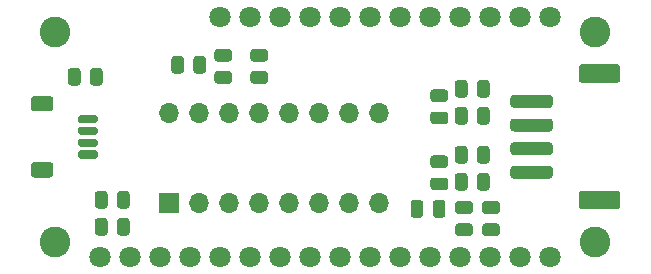
<source format=gbr>
%TF.GenerationSoftware,KiCad,Pcbnew,(5.1.6-0-10_14)*%
%TF.CreationDate,2021-12-01T23:43:45-08:00*%
%TF.ProjectId,NAU7802_Dual_24-bit_ADC_DIP,4e415537-3830-4325-9f44-75616c5f3234,v02_DIP*%
%TF.SameCoordinates,Original*%
%TF.FileFunction,Soldermask,Top*%
%TF.FilePolarity,Negative*%
%FSLAX46Y46*%
G04 Gerber Fmt 4.6, Leading zero omitted, Abs format (unit mm)*
G04 Created by KiCad (PCBNEW (5.1.6-0-10_14)) date 2021-12-01 23:43:45*
%MOMM*%
%LPD*%
G01*
G04 APERTURE LIST*
%ADD10C,1.801600*%
%ADD11C,2.601600*%
%ADD12R,1.701600X1.701600*%
%ADD13O,1.701600X1.701600*%
G04 APERTURE END LIST*
%TO.C,R7*%
G36*
G01*
X148563650Y-95231800D02*
X147600350Y-95231800D01*
G75*
G02*
X147331200Y-94962650I0J269150D01*
G01*
X147331200Y-94424350D01*
G75*
G02*
X147600350Y-94155200I269150J0D01*
G01*
X148563650Y-94155200D01*
G75*
G02*
X148832800Y-94424350I0J-269150D01*
G01*
X148832800Y-94962650D01*
G75*
G02*
X148563650Y-95231800I-269150J0D01*
G01*
G37*
G36*
G01*
X148563650Y-97106800D02*
X147600350Y-97106800D01*
G75*
G02*
X147331200Y-96837650I0J269150D01*
G01*
X147331200Y-96299350D01*
G75*
G02*
X147600350Y-96030200I269150J0D01*
G01*
X148563650Y-96030200D01*
G75*
G02*
X148832800Y-96299350I0J-269150D01*
G01*
X148832800Y-96837650D01*
G75*
G02*
X148563650Y-97106800I-269150J0D01*
G01*
G37*
%TD*%
%TO.C,C4*%
G36*
G01*
X134160200Y-107415650D02*
X134160200Y-106452350D01*
G75*
G02*
X134429350Y-106183200I269150J0D01*
G01*
X134967650Y-106183200D01*
G75*
G02*
X135236800Y-106452350I0J-269150D01*
G01*
X135236800Y-107415650D01*
G75*
G02*
X134967650Y-107684800I-269150J0D01*
G01*
X134429350Y-107684800D01*
G75*
G02*
X134160200Y-107415650I0J269150D01*
G01*
G37*
G36*
G01*
X136035200Y-107415650D02*
X136035200Y-106452350D01*
G75*
G02*
X136304350Y-106183200I269150J0D01*
G01*
X136842650Y-106183200D01*
G75*
G02*
X137111800Y-106452350I0J-269150D01*
G01*
X137111800Y-107415650D01*
G75*
G02*
X136842650Y-107684800I-269150J0D01*
G01*
X136304350Y-107684800D01*
G75*
G02*
X136035200Y-107415650I0J269150D01*
G01*
G37*
%TD*%
D10*
%TO.C,M1*%
X172720000Y-91440000D03*
X170180000Y-91440000D03*
X167640000Y-91440000D03*
X165100000Y-91440000D03*
X162560000Y-91440000D03*
X160020000Y-91440000D03*
X157480000Y-91440000D03*
X154940000Y-91440000D03*
X152400000Y-91440000D03*
X149860000Y-91440000D03*
X147320000Y-91440000D03*
X144780000Y-91440000D03*
X172720000Y-111760000D03*
X170180000Y-111760000D03*
X167640000Y-111760000D03*
X165100000Y-111760000D03*
X162560000Y-111760000D03*
X160020000Y-111760000D03*
X157480000Y-111760000D03*
X154940000Y-111760000D03*
X152400000Y-111760000D03*
X149860000Y-111760000D03*
X147320000Y-111760000D03*
X144780000Y-111760000D03*
X142240000Y-111760000D03*
X139700000Y-111760000D03*
X137160000Y-111760000D03*
X134620000Y-111760000D03*
%TD*%
D11*
%TO.C,REF\u002A\u002A*%
X130810000Y-110490000D03*
%TD*%
%TO.C,REF\u002A\u002A*%
X176530000Y-92710000D03*
%TD*%
%TO.C,REF*%
X176530000Y-110490000D03*
%TD*%
%TO.C,REF\u002A\u002A*%
X130810000Y-92710000D03*
%TD*%
%TO.C,C1*%
G36*
G01*
X162840350Y-103172200D02*
X163803650Y-103172200D01*
G75*
G02*
X164072800Y-103441350I0J-269150D01*
G01*
X164072800Y-103979650D01*
G75*
G02*
X163803650Y-104248800I-269150J0D01*
G01*
X162840350Y-104248800D01*
G75*
G02*
X162571200Y-103979650I0J269150D01*
G01*
X162571200Y-103441350D01*
G75*
G02*
X162840350Y-103172200I269150J0D01*
G01*
G37*
G36*
G01*
X162840350Y-105047200D02*
X163803650Y-105047200D01*
G75*
G02*
X164072800Y-105316350I0J-269150D01*
G01*
X164072800Y-105854650D01*
G75*
G02*
X163803650Y-106123800I-269150J0D01*
G01*
X162840350Y-106123800D01*
G75*
G02*
X162571200Y-105854650I0J269150D01*
G01*
X162571200Y-105316350D01*
G75*
G02*
X162840350Y-105047200I269150J0D01*
G01*
G37*
%TD*%
%TO.C,C2*%
G36*
G01*
X163803650Y-98660800D02*
X162840350Y-98660800D01*
G75*
G02*
X162571200Y-98391650I0J269150D01*
G01*
X162571200Y-97853350D01*
G75*
G02*
X162840350Y-97584200I269150J0D01*
G01*
X163803650Y-97584200D01*
G75*
G02*
X164072800Y-97853350I0J-269150D01*
G01*
X164072800Y-98391650D01*
G75*
G02*
X163803650Y-98660800I-269150J0D01*
G01*
G37*
G36*
G01*
X163803650Y-100535800D02*
X162840350Y-100535800D01*
G75*
G02*
X162571200Y-100266650I0J269150D01*
G01*
X162571200Y-99728350D01*
G75*
G02*
X162840350Y-99459200I269150J0D01*
G01*
X163803650Y-99459200D01*
G75*
G02*
X164072800Y-99728350I0J-269150D01*
G01*
X164072800Y-100266650D01*
G75*
G02*
X163803650Y-100535800I-269150J0D01*
G01*
G37*
%TD*%
%TO.C,C3*%
G36*
G01*
X136035200Y-109701650D02*
X136035200Y-108738350D01*
G75*
G02*
X136304350Y-108469200I269150J0D01*
G01*
X136842650Y-108469200D01*
G75*
G02*
X137111800Y-108738350I0J-269150D01*
G01*
X137111800Y-109701650D01*
G75*
G02*
X136842650Y-109970800I-269150J0D01*
G01*
X136304350Y-109970800D01*
G75*
G02*
X136035200Y-109701650I0J269150D01*
G01*
G37*
G36*
G01*
X134160200Y-109701650D02*
X134160200Y-108738350D01*
G75*
G02*
X134429350Y-108469200I269150J0D01*
G01*
X134967650Y-108469200D01*
G75*
G02*
X135236800Y-108738350I0J-269150D01*
G01*
X135236800Y-109701650D01*
G75*
G02*
X134967650Y-109970800I-269150J0D01*
G01*
X134429350Y-109970800D01*
G75*
G02*
X134160200Y-109701650I0J269150D01*
G01*
G37*
%TD*%
%TO.C,C5*%
G36*
G01*
X168185150Y-108122300D02*
X167221850Y-108122300D01*
G75*
G02*
X166952700Y-107853150I0J269150D01*
G01*
X166952700Y-107314850D01*
G75*
G02*
X167221850Y-107045700I269150J0D01*
G01*
X168185150Y-107045700D01*
G75*
G02*
X168454300Y-107314850I0J-269150D01*
G01*
X168454300Y-107853150D01*
G75*
G02*
X168185150Y-108122300I-269150J0D01*
G01*
G37*
G36*
G01*
X168185150Y-109997300D02*
X167221850Y-109997300D01*
G75*
G02*
X166952700Y-109728150I0J269150D01*
G01*
X166952700Y-109189850D01*
G75*
G02*
X167221850Y-108920700I269150J0D01*
G01*
X168185150Y-108920700D01*
G75*
G02*
X168454300Y-109189850I0J-269150D01*
G01*
X168454300Y-109728150D01*
G75*
G02*
X168185150Y-109997300I-269150J0D01*
G01*
G37*
%TD*%
%TO.C,C6*%
G36*
G01*
X165899150Y-109997300D02*
X164935850Y-109997300D01*
G75*
G02*
X164666700Y-109728150I0J269150D01*
G01*
X164666700Y-109189850D01*
G75*
G02*
X164935850Y-108920700I269150J0D01*
G01*
X165899150Y-108920700D01*
G75*
G02*
X166168300Y-109189850I0J-269150D01*
G01*
X166168300Y-109728150D01*
G75*
G02*
X165899150Y-109997300I-269150J0D01*
G01*
G37*
G36*
G01*
X165899150Y-108122300D02*
X164935850Y-108122300D01*
G75*
G02*
X164666700Y-107853150I0J269150D01*
G01*
X164666700Y-107314850D01*
G75*
G02*
X164935850Y-107045700I269150J0D01*
G01*
X165899150Y-107045700D01*
G75*
G02*
X166168300Y-107314850I0J-269150D01*
G01*
X166168300Y-107853150D01*
G75*
G02*
X165899150Y-108122300I-269150J0D01*
G01*
G37*
%TD*%
%TO.C,C7*%
G36*
G01*
X160893700Y-108177650D02*
X160893700Y-107214350D01*
G75*
G02*
X161162850Y-106945200I269150J0D01*
G01*
X161701150Y-106945200D01*
G75*
G02*
X161970300Y-107214350I0J-269150D01*
G01*
X161970300Y-108177650D01*
G75*
G02*
X161701150Y-108446800I-269150J0D01*
G01*
X161162850Y-108446800D01*
G75*
G02*
X160893700Y-108177650I0J269150D01*
G01*
G37*
G36*
G01*
X162768700Y-108177650D02*
X162768700Y-107214350D01*
G75*
G02*
X163037850Y-106945200I269150J0D01*
G01*
X163576150Y-106945200D01*
G75*
G02*
X163845300Y-107214350I0J-269150D01*
G01*
X163845300Y-108177650D01*
G75*
G02*
X163576150Y-108446800I-269150J0D01*
G01*
X163037850Y-108446800D01*
G75*
G02*
X162768700Y-108177650I0J269150D01*
G01*
G37*
%TD*%
%TO.C,D1*%
G36*
G01*
X131874200Y-97001650D02*
X131874200Y-96038350D01*
G75*
G02*
X132143350Y-95769200I269150J0D01*
G01*
X132681650Y-95769200D01*
G75*
G02*
X132950800Y-96038350I0J-269150D01*
G01*
X132950800Y-97001650D01*
G75*
G02*
X132681650Y-97270800I-269150J0D01*
G01*
X132143350Y-97270800D01*
G75*
G02*
X131874200Y-97001650I0J269150D01*
G01*
G37*
G36*
G01*
X133749200Y-97001650D02*
X133749200Y-96038350D01*
G75*
G02*
X134018350Y-95769200I269150J0D01*
G01*
X134556650Y-95769200D01*
G75*
G02*
X134825800Y-96038350I0J-269150D01*
G01*
X134825800Y-97001650D01*
G75*
G02*
X134556650Y-97270800I-269150J0D01*
G01*
X134018350Y-97270800D01*
G75*
G02*
X133749200Y-97001650I0J269150D01*
G01*
G37*
%TD*%
%TO.C,J1*%
G36*
G01*
X172665400Y-105150800D02*
X169614600Y-105150800D01*
G75*
G02*
X169339200Y-104875400I0J275400D01*
G01*
X169339200Y-104324600D01*
G75*
G02*
X169614600Y-104049200I275400J0D01*
G01*
X172665400Y-104049200D01*
G75*
G02*
X172940800Y-104324600I0J-275400D01*
G01*
X172940800Y-104875400D01*
G75*
G02*
X172665400Y-105150800I-275400J0D01*
G01*
G37*
G36*
G01*
X172665400Y-103150800D02*
X169614600Y-103150800D01*
G75*
G02*
X169339200Y-102875400I0J275400D01*
G01*
X169339200Y-102324600D01*
G75*
G02*
X169614600Y-102049200I275400J0D01*
G01*
X172665400Y-102049200D01*
G75*
G02*
X172940800Y-102324600I0J-275400D01*
G01*
X172940800Y-102875400D01*
G75*
G02*
X172665400Y-103150800I-275400J0D01*
G01*
G37*
G36*
G01*
X172665400Y-101150800D02*
X169614600Y-101150800D01*
G75*
G02*
X169339200Y-100875400I0J275400D01*
G01*
X169339200Y-100324600D01*
G75*
G02*
X169614600Y-100049200I275400J0D01*
G01*
X172665400Y-100049200D01*
G75*
G02*
X172940800Y-100324600I0J-275400D01*
G01*
X172940800Y-100875400D01*
G75*
G02*
X172665400Y-101150800I-275400J0D01*
G01*
G37*
G36*
G01*
X172665400Y-99150800D02*
X169614600Y-99150800D01*
G75*
G02*
X169339200Y-98875400I0J275400D01*
G01*
X169339200Y-98324600D01*
G75*
G02*
X169614600Y-98049200I275400J0D01*
G01*
X172665400Y-98049200D01*
G75*
G02*
X172940800Y-98324600I0J-275400D01*
G01*
X172940800Y-98875400D01*
G75*
G02*
X172665400Y-99150800I-275400J0D01*
G01*
G37*
G36*
G01*
X178373867Y-107750800D02*
X175406133Y-107750800D01*
G75*
G02*
X175139200Y-107483867I0J266933D01*
G01*
X175139200Y-106416133D01*
G75*
G02*
X175406133Y-106149200I266933J0D01*
G01*
X178373867Y-106149200D01*
G75*
G02*
X178640800Y-106416133I0J-266933D01*
G01*
X178640800Y-107483867D01*
G75*
G02*
X178373867Y-107750800I-266933J0D01*
G01*
G37*
G36*
G01*
X178373867Y-97050800D02*
X175406133Y-97050800D01*
G75*
G02*
X175139200Y-96783867I0J266933D01*
G01*
X175139200Y-95716133D01*
G75*
G02*
X175406133Y-95449200I266933J0D01*
G01*
X178373867Y-95449200D01*
G75*
G02*
X178640800Y-95716133I0J-266933D01*
G01*
X178640800Y-96783867D01*
G75*
G02*
X178373867Y-97050800I-266933J0D01*
G01*
G37*
%TD*%
%TO.C,J3*%
G36*
G01*
X132921600Y-99749200D02*
X134222400Y-99749200D01*
G75*
G02*
X134397800Y-99924600I0J-175400D01*
G01*
X134397800Y-100275400D01*
G75*
G02*
X134222400Y-100450800I-175400J0D01*
G01*
X132921600Y-100450800D01*
G75*
G02*
X132746200Y-100275400I0J175400D01*
G01*
X132746200Y-99924600D01*
G75*
G02*
X132921600Y-99749200I175400J0D01*
G01*
G37*
G36*
G01*
X132921600Y-100749200D02*
X134222400Y-100749200D01*
G75*
G02*
X134397800Y-100924600I0J-175400D01*
G01*
X134397800Y-101275400D01*
G75*
G02*
X134222400Y-101450800I-175400J0D01*
G01*
X132921600Y-101450800D01*
G75*
G02*
X132746200Y-101275400I0J175400D01*
G01*
X132746200Y-100924600D01*
G75*
G02*
X132921600Y-100749200I175400J0D01*
G01*
G37*
G36*
G01*
X132921600Y-101749200D02*
X134222400Y-101749200D01*
G75*
G02*
X134397800Y-101924600I0J-175400D01*
G01*
X134397800Y-102275400D01*
G75*
G02*
X134222400Y-102450800I-175400J0D01*
G01*
X132921600Y-102450800D01*
G75*
G02*
X132746200Y-102275400I0J175400D01*
G01*
X132746200Y-101924600D01*
G75*
G02*
X132921600Y-101749200I175400J0D01*
G01*
G37*
G36*
G01*
X132921600Y-102749200D02*
X134222400Y-102749200D01*
G75*
G02*
X134397800Y-102924600I0J-175400D01*
G01*
X134397800Y-103275400D01*
G75*
G02*
X134222400Y-103450800I-175400J0D01*
G01*
X132921600Y-103450800D01*
G75*
G02*
X132746200Y-103275400I0J175400D01*
G01*
X132746200Y-102924600D01*
G75*
G02*
X132921600Y-102749200I175400J0D01*
G01*
G37*
G36*
G01*
X129017366Y-98149200D02*
X130376634Y-98149200D01*
G75*
G02*
X130647800Y-98420366I0J-271166D01*
G01*
X130647800Y-99179634D01*
G75*
G02*
X130376634Y-99450800I-271166J0D01*
G01*
X129017366Y-99450800D01*
G75*
G02*
X128746200Y-99179634I0J271166D01*
G01*
X128746200Y-98420366D01*
G75*
G02*
X129017366Y-98149200I271166J0D01*
G01*
G37*
G36*
G01*
X129017366Y-103749200D02*
X130376634Y-103749200D01*
G75*
G02*
X130647800Y-104020366I0J-271166D01*
G01*
X130647800Y-104779634D01*
G75*
G02*
X130376634Y-105050800I-271166J0D01*
G01*
X129017366Y-105050800D01*
G75*
G02*
X128746200Y-104779634I0J271166D01*
G01*
X128746200Y-104020366D01*
G75*
G02*
X129017366Y-103749200I271166J0D01*
G01*
G37*
%TD*%
%TO.C,R1*%
G36*
G01*
X164640200Y-103605650D02*
X164640200Y-102642350D01*
G75*
G02*
X164909350Y-102373200I269150J0D01*
G01*
X165447650Y-102373200D01*
G75*
G02*
X165716800Y-102642350I0J-269150D01*
G01*
X165716800Y-103605650D01*
G75*
G02*
X165447650Y-103874800I-269150J0D01*
G01*
X164909350Y-103874800D01*
G75*
G02*
X164640200Y-103605650I0J269150D01*
G01*
G37*
G36*
G01*
X166515200Y-103605650D02*
X166515200Y-102642350D01*
G75*
G02*
X166784350Y-102373200I269150J0D01*
G01*
X167322650Y-102373200D01*
G75*
G02*
X167591800Y-102642350I0J-269150D01*
G01*
X167591800Y-103605650D01*
G75*
G02*
X167322650Y-103874800I-269150J0D01*
G01*
X166784350Y-103874800D01*
G75*
G02*
X166515200Y-103605650I0J269150D01*
G01*
G37*
%TD*%
%TO.C,R2*%
G36*
G01*
X166515200Y-105891650D02*
X166515200Y-104928350D01*
G75*
G02*
X166784350Y-104659200I269150J0D01*
G01*
X167322650Y-104659200D01*
G75*
G02*
X167591800Y-104928350I0J-269150D01*
G01*
X167591800Y-105891650D01*
G75*
G02*
X167322650Y-106160800I-269150J0D01*
G01*
X166784350Y-106160800D01*
G75*
G02*
X166515200Y-105891650I0J269150D01*
G01*
G37*
G36*
G01*
X164640200Y-105891650D02*
X164640200Y-104928350D01*
G75*
G02*
X164909350Y-104659200I269150J0D01*
G01*
X165447650Y-104659200D01*
G75*
G02*
X165716800Y-104928350I0J-269150D01*
G01*
X165716800Y-105891650D01*
G75*
G02*
X165447650Y-106160800I-269150J0D01*
G01*
X164909350Y-106160800D01*
G75*
G02*
X164640200Y-105891650I0J269150D01*
G01*
G37*
%TD*%
%TO.C,R3*%
G36*
G01*
X164640200Y-100303650D02*
X164640200Y-99340350D01*
G75*
G02*
X164909350Y-99071200I269150J0D01*
G01*
X165447650Y-99071200D01*
G75*
G02*
X165716800Y-99340350I0J-269150D01*
G01*
X165716800Y-100303650D01*
G75*
G02*
X165447650Y-100572800I-269150J0D01*
G01*
X164909350Y-100572800D01*
G75*
G02*
X164640200Y-100303650I0J269150D01*
G01*
G37*
G36*
G01*
X166515200Y-100303650D02*
X166515200Y-99340350D01*
G75*
G02*
X166784350Y-99071200I269150J0D01*
G01*
X167322650Y-99071200D01*
G75*
G02*
X167591800Y-99340350I0J-269150D01*
G01*
X167591800Y-100303650D01*
G75*
G02*
X167322650Y-100572800I-269150J0D01*
G01*
X166784350Y-100572800D01*
G75*
G02*
X166515200Y-100303650I0J269150D01*
G01*
G37*
%TD*%
%TO.C,R4*%
G36*
G01*
X166515200Y-98017650D02*
X166515200Y-97054350D01*
G75*
G02*
X166784350Y-96785200I269150J0D01*
G01*
X167322650Y-96785200D01*
G75*
G02*
X167591800Y-97054350I0J-269150D01*
G01*
X167591800Y-98017650D01*
G75*
G02*
X167322650Y-98286800I-269150J0D01*
G01*
X166784350Y-98286800D01*
G75*
G02*
X166515200Y-98017650I0J269150D01*
G01*
G37*
G36*
G01*
X164640200Y-98017650D02*
X164640200Y-97054350D01*
G75*
G02*
X164909350Y-96785200I269150J0D01*
G01*
X165447650Y-96785200D01*
G75*
G02*
X165716800Y-97054350I0J-269150D01*
G01*
X165716800Y-98017650D01*
G75*
G02*
X165447650Y-98286800I-269150J0D01*
G01*
X164909350Y-98286800D01*
G75*
G02*
X164640200Y-98017650I0J269150D01*
G01*
G37*
%TD*%
%TO.C,R5*%
G36*
G01*
X140637200Y-95985650D02*
X140637200Y-95022350D01*
G75*
G02*
X140906350Y-94753200I269150J0D01*
G01*
X141444650Y-94753200D01*
G75*
G02*
X141713800Y-95022350I0J-269150D01*
G01*
X141713800Y-95985650D01*
G75*
G02*
X141444650Y-96254800I-269150J0D01*
G01*
X140906350Y-96254800D01*
G75*
G02*
X140637200Y-95985650I0J269150D01*
G01*
G37*
G36*
G01*
X142512200Y-95985650D02*
X142512200Y-95022350D01*
G75*
G02*
X142781350Y-94753200I269150J0D01*
G01*
X143319650Y-94753200D01*
G75*
G02*
X143588800Y-95022350I0J-269150D01*
G01*
X143588800Y-95985650D01*
G75*
G02*
X143319650Y-96254800I-269150J0D01*
G01*
X142781350Y-96254800D01*
G75*
G02*
X142512200Y-95985650I0J269150D01*
G01*
G37*
%TD*%
%TO.C,R6*%
G36*
G01*
X145515650Y-97106800D02*
X144552350Y-97106800D01*
G75*
G02*
X144283200Y-96837650I0J269150D01*
G01*
X144283200Y-96299350D01*
G75*
G02*
X144552350Y-96030200I269150J0D01*
G01*
X145515650Y-96030200D01*
G75*
G02*
X145784800Y-96299350I0J-269150D01*
G01*
X145784800Y-96837650D01*
G75*
G02*
X145515650Y-97106800I-269150J0D01*
G01*
G37*
G36*
G01*
X145515650Y-95231800D02*
X144552350Y-95231800D01*
G75*
G02*
X144283200Y-94962650I0J269150D01*
G01*
X144283200Y-94424350D01*
G75*
G02*
X144552350Y-94155200I269150J0D01*
G01*
X145515650Y-94155200D01*
G75*
G02*
X145784800Y-94424350I0J-269150D01*
G01*
X145784800Y-94962650D01*
G75*
G02*
X145515650Y-95231800I-269150J0D01*
G01*
G37*
%TD*%
D12*
%TO.C,U1*%
X140462000Y-107188000D03*
D13*
X158242000Y-99568000D03*
X143002000Y-107188000D03*
X155702000Y-99568000D03*
X145542000Y-107188000D03*
X153162000Y-99568000D03*
X148082000Y-107188000D03*
X150622000Y-99568000D03*
X150622000Y-107188000D03*
X148082000Y-99568000D03*
X153162000Y-107188000D03*
X145542000Y-99568000D03*
X155702000Y-107188000D03*
X143002000Y-99568000D03*
X158242000Y-107188000D03*
X140462000Y-99568000D03*
%TD*%
M02*

</source>
